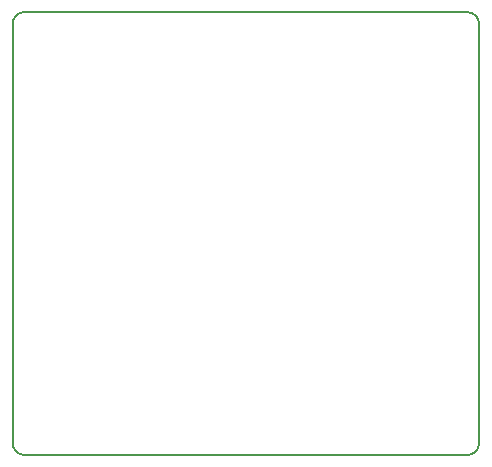
<source format=gbr>
G04 #@! TF.GenerationSoftware,KiCad,Pcbnew,5.0.2-bee76a0~70~ubuntu18.04.1*
G04 #@! TF.CreationDate,2018-12-10T15:17:23+01:00*
G04 #@! TF.ProjectId,sammyultra,73616d6d-7975-46c7-9472-612e6b696361,rev?*
G04 #@! TF.SameCoordinates,Original*
G04 #@! TF.FileFunction,Profile,NP*
%FSLAX46Y46*%
G04 Gerber Fmt 4.6, Leading zero omitted, Abs format (unit mm)*
G04 Created by KiCad (PCBNEW 5.0.2-bee76a0~70~ubuntu18.04.1) date 2018-12-10T15:17:23 CET*
%MOMM*%
%LPD*%
G01*
G04 APERTURE LIST*
%ADD10C,0.150000*%
G04 APERTURE END LIST*
D10*
X76000000Y-81000000D02*
G75*
G02X77000000Y-80000000I1000000J0D01*
G01*
X77000000Y-117500000D02*
G75*
G02X76000000Y-116500000I0J1000000D01*
G01*
X115500000Y-116500000D02*
G75*
G02X114500000Y-117500000I-1000000J0D01*
G01*
X114500000Y-80000000D02*
G75*
G02X115500000Y-81000000I0J-1000000D01*
G01*
X114500000Y-117500000D02*
X77000000Y-117500000D01*
X76000000Y-116500000D02*
X76000000Y-81000000D01*
X115500000Y-116500000D02*
X115500000Y-81000000D01*
X77000000Y-80000000D02*
X114500000Y-80000000D01*
M02*

</source>
